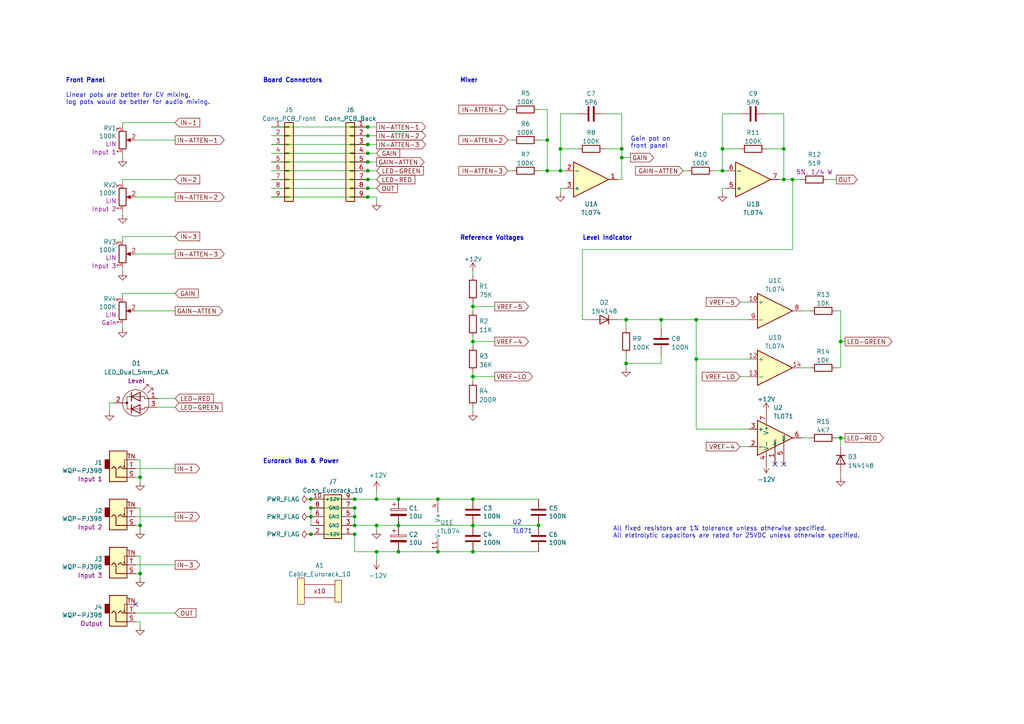
<source format=kicad_sch>
(kicad_sch (version 20211123) (generator eeschema)
  (paper "A4")
  (title_block (title "Eurorack Mixer") (date "2022-11-13") (rev "1.0") (company "Len Popp") (comment 1 "Copyright © 2022 Len Popp CC BY") (comment 2 "Eurorack 3:1 mixer module - 4HP"))
  (lib_symbols
    (symbol "-lmp-diode:1N4148" (pin_numbers hide) (pin_names (offset 1.016) hide)
      (property "Reference" "D" (at 0 2.54 0))
      (property "Value" "1N4148" (at 0 -2.54 0))
      (symbol "1N4148_1_1"
        (pin passive line (at -3.81 0 0) (length 2.54) (name "K") (number "1"))
        (pin passive line (at 3.81 0 180) (length 2.54) (name "A") (number "2"))
      )
    )
    (symbol "-lmp-opamp:TL071" (pin_names (offset 0.127))
      (property "Reference" "U" (at 0 6.35 0))
      (property "Value" "TL071" (at 0 3.81 0))
      (symbol "TL071_1_1"
        (pin input line (at 0 -7.62 90) (length 5.08) (name "NULL") (number "1"))
        (pin input line (at -7.62 -2.54 0) (length 2.54) (name "-") (number "2"))
        (pin input line (at -7.62 2.54 0) (length 2.54) (name "+") (number "3"))
        (pin power_in line (at -2.54 -7.62 90) (length 3.81) (name "V-") (number "4"))
        (pin input line (at 2.54 -7.62 90) (length 6.35) (name "NULL") (number "5"))
        (pin output line (at 7.62 0 180) (length 2.54) (name "~") (number "6"))
        (pin power_in line (at -2.54 7.62 270) (length 3.81) (name "V+") (number "7"))
        (pin no_connect line (at 0 2.54 270) (length 2.54) hide (name "NC") (number "8"))
      )
    )
    (symbol "-lmp-opamp:TL074" (pin_names (offset 0.127))
      (property "Reference" "U" (at 0 5.08 0))
      (property "Value" "TL074" (at 0 -5.08 0))
      (symbol "TL074_1_1"
        (pin output line (at 7.62 0 180) (length 2.54) (name "~") (number "1"))
        (pin input line (at -7.62 -2.54 0) (length 2.54) (name "-") (number "2"))
        (pin input line (at -7.62 2.54 0) (length 2.54) (name "+") (number "3"))
      )
      (symbol "TL074_2_1"
        (pin input line (at -7.62 2.54 0) (length 2.54) (name "+") (number "5"))
        (pin input line (at -7.62 -2.54 0) (length 2.54) (name "-") (number "6"))
        (pin output line (at 7.62 0 180) (length 2.54) (name "~") (number "7"))
      )
      (symbol "TL074_3_1"
        (pin input line (at -7.62 2.54 0) (length 2.54) (name "+") (number "10"))
        (pin output line (at 7.62 0 180) (length 2.54) (name "~") (number "8"))
        (pin input line (at -7.62 -2.54 0) (length 2.54) (name "-") (number "9"))
      )
      (symbol "TL074_4_1"
        (pin input line (at -7.62 2.54 0) (length 2.54) (name "+") (number "12"))
        (pin input line (at -7.62 -2.54 0) (length 2.54) (name "-") (number "13"))
        (pin output line (at 7.62 0 180) (length 2.54) (name "~") (number "14"))
      )
      (symbol "TL074_5_1"
        (pin power_in line (at -2.54 -7.62 90) (length 3.81) (name "V-") (number "11"))
        (pin power_in line (at -2.54 7.62 270) (length 3.81) (name "V+") (number "4"))
      )
    )
    (symbol "-lmp-power:+12V" (power) (pin_names (offset 0))
      (property "Value" "+12V" (at 0 3.556 0))
      (symbol "+12V_1_1"
        (pin power_in line (at 0 0 90) (length 0) hide (name "+12V") (number "1"))
      )
    )
    (symbol "-lmp-power:-12V" (power) (pin_names (offset 0))
      (property "Value" "-12V" (at 0 -3.556 0))
      (symbol "-12V_1_1"
        (pin power_in line (at 0 0 270) (length 0) hide (name "-12V") (number "1"))
      )
    )
    (symbol "-lmp-power:GND" (power) (pin_numbers hide) (pin_names (offset 0) hide)
      (symbol "GND_1_1"
        (pin power_in line (at 0 0 270) (length 0) hide (name "GND") (number "1"))
      )
    )
    (symbol "-lmp-power:PWR_FLAG" (power) (pin_numbers hide) (pin_names (offset 0) hide)
      (property "Value" "PWR_FLAG" (at 0 3.81 0))
      (symbol "PWR_FLAG_0_0"
        (pin power_out line (at 0 0 90) (length 0) (name "pwr") (number "1"))
      )
    )
    (symbol "-lmp-synth:CP_10U" (pin_numbers hide) (pin_names (offset 0.254))
      (property "Reference" "C" (at 0.635 2.54 0))
      (property "Value" "CP_10U" (at 0.635 -2.54 0))
      (symbol "CP_10U_1_1"
        (pin passive line (at 0 3.81 270) (length 2.794) (name "~") (number "1"))
        (pin passive line (at 0 -3.81 90) (length 2.794) (name "~") (number "2"))
      )
    )
    (symbol "-lmp-synth:Cable_Eurorack_10" (on_board no)
      (property "Reference" "A" (at 0 8.255 0))
      (property "Value" "Cable_Eurorack_10" (at 0 5.715 0))
      (symbol "Cable_Eurorack_10_0_0"
        (text "x10" (at 0 0 0) (effects (font (size 1.27 1.27))))
      )
    )
    (symbol "-lmp-synth:Conn_Eurorack_Pwr_10"
      (property "Reference" "J" (at 1.27 7.62 0))
      (property "Value" "Conn_Eurorack_Pwr_10" (at 1.27 -7.62 0))
      (symbol "Conn_Eurorack_Pwr_10_1_1"
        (pin power_in line (at 7.62 -5.08 180) (length 3.81) (name "-12V") (number "1"))
        (pin power_in line (at -5.08 5.08 0) (length 3.81) (name "~") (number "10"))
        (pin power_in line (at -5.08 -5.08 0) (length 3.81) (name "~") (number "2"))
        (pin power_in line (at 7.62 -2.54 180) (length 3.81) (name "GND") (number "3"))
        (pin power_in line (at -5.08 -2.54 0) (length 3.81) (name "~") (number "4"))
        (pin power_in line (at 7.62 0 180) (length 3.81) (name "GND") (number "5"))
        (pin power_in line (at -5.08 0 0) (length 3.81) (name "~") (number "6"))
        (pin power_in line (at 7.62 2.54 180) (length 3.81) (name "GND") (number "7"))
        (pin power_in line (at -5.08 2.54 0) (length 3.81) (name "~") (number "8"))
        (pin power_in line (at 7.62 5.08 180) (length 3.81) (name "+12V") (number "9"))
      )
    )
    (symbol "-lmp-synth:Jack_WQP-PJ398"
      (property "Reference" "J" (at 0 10.033 0))
      (property "Value" "Jack_WQP-PJ398" (at 0 7.62 0))
      (property "Label" "[label]" (at 0 5.207 0))
      (symbol "Jack_WQP-PJ398_1_1"
        (pin passive line (at 5.08 2.54 180) (length 2.54) (name "~") (number "S"))
        (pin passive line (at 5.08 0 180) (length 2.54) (name "~") (number "T"))
        (pin passive line (at 5.08 -2.54 180) (length 2.54) (name "~") (number "TN"))
      )
    )
    (symbol "-lmp-synth:LED_Dual_5mm_Red_Green_ACA" (pin_names (offset 0) hide)
      (property "Reference" "D" (at 0 5.08 0))
      (property "Value" "LED_Dual_5mm_Red_Green_ACA" (at 0 -5.08 0))
      (property "Label" "[label]" (at 0 -7.62 0))
      (symbol "LED_Dual_5mm_Red_Green_ACA_1_1"
        (pin input line (at 6.35 1.27 180) (length 2.54) (name "A1") (number "1"))
        (pin input line (at -6.35 0 0) (length 2.54) (name "K") (number "2"))
        (pin input line (at 6.35 -1.27 180) (length 2.54) (name "A2") (number "3"))
      )
    )
    (symbol "-lmp-synth:R_51R_Output" (pin_numbers hide) (pin_names (offset 0))
      (property "Reference" "R" (at -2.286 0 90))
      (property "Value" "R_51R_Output" (at 2.413 0 90))
      (property "Value2" "1%, 1/4 W" (at 4.445 0 90))
      (symbol "R_51R_Output_1_1"
        (pin passive line (at 0 3.81 270) (length 1.27) (name "~") (number "1"))
        (pin passive line (at 0 -3.81 90) (length 1.27) (name "~") (number "2"))
      )
    )
    (symbol "-lmp-synth:R_POT_Panel_PCB_Alpha" (pin_names (offset 1.016) hide)
      (property "Reference" "RV" (at -9.144 0 90))
      (property "Value" "R_POT_Panel_PCB_Alpha" (at -7.239 0 90))
      (property "Value2" "[LIN/LOG]" (at -5.207 0 90))
      (property "Label" "[label]" (at -3.175 0 90))
      (symbol "R_POT_Panel_PCB_Alpha_1_1"
        (pin passive line (at 0 3.81 270) (length 1.27) (name "1") (number "1"))
        (pin passive line (at 3.81 0 180) (length 1.27) (name "2") (number "2"))
        (pin passive line (at 0 -3.81 90) (length 1.27) (name "3") (number "3"))
      )
    )
    (symbol "-lmp:CC" (pin_numbers hide) (pin_names (offset 0.254))
      (property "Reference" "C" (at 0.635 2.54 0))
      (property "Value" "CC" (at 0.635 -2.54 0))
      (symbol "CC_1_1"
        (pin passive line (at 0 3.81 270) (length 2.794) (name "~") (number "1"))
        (pin passive line (at 0 -3.81 90) (length 2.794) (name "~") (number "2"))
      )
    )
    (symbol "-lmp:CC_100N" (pin_numbers hide) (pin_names (offset 0.254))
      (property "Reference" "C" (at 0.635 2.54 0))
      (property "Value" "CC_100N" (at 0.635 -2.54 0))
      (symbol "CC_100N_1_1"
        (pin passive line (at 0 3.81 270) (length 2.794) (name "~") (number "1"))
        (pin passive line (at 0 -3.81 90) (length 2.794) (name "~") (number "2"))
      )
    )
    (symbol "-lmp:R_1%_0W166" (pin_numbers hide) (pin_names (offset 0))
      (property "Reference" "R" (at -2.286 0 90))
      (property "Value" "R_1%_0W166" (at 2.413 0 90))
      (symbol "R_1%_0W166_1_1"
        (pin passive line (at 0 3.81 270) (length 1.27) (name "~") (number "1"))
        (pin passive line (at 0 -3.81 90) (length 1.27) (name "~") (number "2"))
      )
    )
    (symbol "Connector_Generic:Conn_01x09" (pin_names (offset 1.016) hide)
      (property "Reference" "J" (at 0 12.7 0))
      (property "Value" "Conn_01x09" (at 0 -12.7 0))
      (symbol "Conn_01x09_1_1"
        (pin passive line (at -5.08 10.16 0) (length 3.81) (name "Pin_1") (number "1"))
        (pin passive line (at -5.08 7.62 0) (length 3.81) (name "Pin_2") (number "2"))
        (pin passive line (at -5.08 5.08 0) (length 3.81) (name "Pin_3") (number "3"))
        (pin passive line (at -5.08 2.54 0) (length 3.81) (name "Pin_4") (number "4"))
        (pin passive line (at -5.08 0 0) (length 3.81) (name "Pin_5") (number "5"))
        (pin passive line (at -5.08 -2.54 0) (length 3.81) (name "Pin_6") (number "6"))
        (pin passive line (at -5.08 -5.08 0) (length 3.81) (name "Pin_7") (number "7"))
        (pin passive line (at -5.08 -7.62 0) (length 3.81) (name "Pin_8") (number "8"))
        (pin passive line (at -5.08 -10.16 0) (length 3.81) (name "Pin_9") (number "9"))
      )
    )
    (symbol "GND_1" (power) (pin_numbers hide) (pin_names (offset 0) hide)
      (symbol "GND_1_1_1"
        (pin power_in line (at 0 0 270) (length 0) hide (name "GND") (number "1"))
      )
    )
    (symbol "GND_2" (power) (pin_numbers hide) (pin_names (offset 0) hide)
      (symbol "GND_2_1_1"
        (pin power_in line (at 0 0 270) (length 0) hide (name "GND") (number "1"))
      )
    )
    (symbol "GND_3" (power) (pin_numbers hide) (pin_names (offset 0) hide)
      (symbol "GND_3_1_1"
        (pin power_in line (at 0 0 270) (length 0) hide (name "GND") (number "1"))
      )
    )
    (symbol "GND_4" (power) (pin_numbers hide) (pin_names (offset 0) hide)
      (symbol "GND_4_1_1"
        (pin power_in line (at 0 0 270) (length 0) hide (name "GND") (number "1"))
      )
    )
    (symbol "GND_5" (power) (pin_numbers hide) (pin_names (offset 0) hide)
      (symbol "GND_5_1_1"
        (pin power_in line (at 0 0 270) (length 0) hide (name "GND") (number "1"))
      )
    )
    (symbol "GND_6" (power) (pin_numbers hide) (pin_names (offset 0) hide)
      (symbol "GND_6_1_1"
        (pin power_in line (at 0 0 270) (length 0) hide (name "GND") (number "1"))
      )
    )
    (symbol "GND_7" (power) (pin_numbers hide) (pin_names (offset 0) hide)
      (symbol "GND_7_1_1"
        (pin power_in line (at 0 0 270) (length 0) hide (name "GND") (number "1"))
      )
    )
    (symbol "GND_8" (power) (pin_numbers hide) (pin_names (offset 0) hide)
      (symbol "GND_8_1_1"
        (pin power_in line (at 0 0 270) (length 0) hide (name "GND") (number "1"))
      )
    )
    (symbol "GND_9" (power) (pin_numbers hide) (pin_names (offset 0) hide)
      (symbol "GND_9_1_1"
        (pin power_in line (at 0 0 270) (length 0) hide (name "GND") (number "1"))
      )
    )
  )
  (junction (at 90.17 154.94))
  (junction (at 102.87 154.94))
  (junction (at 227.33 52.07))
  (junction (at 137.16 88.9))
  (junction (at 127 160.02))
  (junction (at 227.33 43.18))
  (junction (at 243.84 127))
  (junction (at 137.16 152.4))
  (junction (at 102.87 149.86))
  (junction (at 109.22 160.02))
  (junction (at 90.17 147.32))
  (junction (at 181.61 92.71))
  (junction (at 115.57 160.02))
  (junction (at 106.68 57.15))
  (junction (at 106.68 52.07))
  (junction (at 201.93 104.14))
  (junction (at 115.57 152.4))
  (junction (at 106.68 54.61))
  (junction (at 180.34 43.18))
  (junction (at 90.17 144.78))
  (junction (at 243.84 99.06))
  (junction (at 40.64 166.37))
  (junction (at 106.68 49.53))
  (junction (at 106.68 41.91))
  (junction (at 115.57 144.78))
  (junction (at 209.55 49.53))
  (junction (at 40.64 152.4))
  (junction (at 106.68 39.37))
  (junction (at 109.22 152.4))
  (junction (at 106.68 46.99))
  (junction (at 162.56 49.53))
  (junction (at 106.68 44.45))
  (junction (at 40.64 138.43))
  (junction (at 191.77 92.71))
  (junction (at 109.22 144.78))
  (junction (at 137.16 99.06))
  (junction (at 102.87 152.4))
  (junction (at 180.34 45.72))
  (junction (at 102.87 144.78))
  (junction (at 158.75 40.64))
  (junction (at 90.17 149.86))
  (junction (at 102.87 147.32))
  (junction (at 137.16 144.78))
  (junction (at 209.55 43.18))
  (junction (at 229.87 52.07))
  (junction (at 201.93 92.71))
  (junction (at 137.16 160.02))
  (junction (at 156.21 152.4))
  (junction (at 127 144.78))
  (junction (at 137.16 109.22))
  (junction (at 181.61 105.41))
  (junction (at 158.75 49.53))
  (junction (at 106.68 36.83))
  (junction (at 162.56 43.18))
  (no_connect (at 39.37 175.26))
  (no_connect (at 224.79 134.62))
  (no_connect (at 227.33 134.62))
  (wire (pts (xy 40.64 166.37) (xy 40.64 167.64)))
  (wire (pts (xy 109.22 144.78) (xy 109.22 142.24)))
  (wire (pts (xy 243.84 90.17) (xy 243.84 99.06)))
  (wire (pts (xy 209.55 49.53) (xy 210.82 49.53)))
  (wire (pts (xy 180.34 45.72) (xy 180.34 52.07)))
  (wire (pts (xy 39.37 90.17) (xy 50.8 90.17)))
  (wire (pts (xy 214.63 33.02) (xy 209.55 33.02)))
  (wire (pts (xy 137.16 109.22) (xy 137.16 110.49)))
  (wire (pts (xy 156.21 40.64) (xy 158.75 40.64)))
  (wire (pts (xy 40.64 180.34) (xy 40.64 181.61)))
  (wire (pts (xy 35.56 36.83) (xy 35.56 35.56)))
  (wire (pts (xy 137.16 109.22) (xy 143.51 109.22)))
  (wire (pts (xy 78.74 46.99) (xy 106.68 46.99)))
  (wire (pts (xy 106.68 57.15) (xy 109.22 57.15)))
  (wire (pts (xy 180.34 45.72) (xy 180.34 43.18)))
  (wire (pts (xy 106.68 54.61) (xy 109.22 54.61)))
  (wire (pts (xy 115.57 144.78) (xy 127 144.78)))
  (wire (pts (xy 137.16 144.78) (xy 156.21 144.78)))
  (wire (pts (xy 232.41 90.17) (xy 234.95 90.17)))
  (wire (pts (xy 39.37 177.8) (xy 50.8 177.8)))
  (wire (pts (xy 35.56 85.09) (xy 35.56 86.36)))
  (wire (pts (xy 243.84 99.06) (xy 245.11 99.06)))
  (wire (pts (xy 137.16 99.06) (xy 143.51 99.06)))
  (wire (pts (xy 78.74 57.15) (xy 106.68 57.15)))
  (wire (pts (xy 227.33 33.02) (xy 227.33 43.18)))
  (wire (pts (xy 39.37 152.4) (xy 40.64 152.4)))
  (wire (pts (xy 40.64 147.32) (xy 40.64 152.4)))
  (wire (pts (xy 35.56 52.07) (xy 50.8 52.07)))
  (wire (pts (xy 106.68 39.37) (xy 109.22 39.37)))
  (wire (pts (xy 127 144.78) (xy 137.16 144.78)))
  (wire (pts (xy 115.57 152.4) (xy 137.16 152.4)))
  (wire (pts (xy 180.34 43.18) (xy 175.26 43.18)))
  (wire (pts (xy 39.37 166.37) (xy 40.64 166.37)))
  (wire (pts (xy 109.22 160.02) (xy 115.57 160.02)))
  (wire (pts (xy 137.16 88.9) (xy 137.16 90.17)))
  (wire (pts (xy 35.56 60.96) (xy 35.56 62.23)))
  (wire (pts (xy 39.37 57.15) (xy 50.8 57.15)))
  (wire (pts (xy 162.56 54.61) (xy 162.56 55.88)))
  (wire (pts (xy 40.64 152.4) (xy 40.64 153.67)))
  (wire (pts (xy 35.56 85.09) (xy 50.8 85.09)))
  (wire (pts (xy 162.56 43.18) (xy 162.56 49.53)))
  (wire (pts (xy 78.74 44.45) (xy 106.68 44.45)))
  (wire (pts (xy 39.37 133.35) (xy 40.64 133.35)))
  (wire (pts (xy 168.91 72.39) (xy 168.91 92.71)))
  (wire (pts (xy 109.22 160.02) (xy 102.87 160.02)))
  (wire (pts (xy 31.75 116.84) (xy 33.02 116.84)))
  (wire (pts (xy 102.87 152.4) (xy 102.87 149.86)))
  (wire (pts (xy 227.33 43.18) (xy 227.33 52.07)))
  (wire (pts (xy 162.56 49.53) (xy 163.83 49.53)))
  (wire (pts (xy 39.37 135.89) (xy 50.8 135.89)))
  (wire (pts (xy 90.17 147.32) (xy 102.87 147.32)))
  (wire (pts (xy 222.25 33.02) (xy 227.33 33.02)))
  (wire (pts (xy 35.56 53.34) (xy 35.56 52.07)))
  (wire (pts (xy 102.87 154.94) (xy 102.87 160.02)))
  (wire (pts (xy 243.84 138.43) (xy 243.84 137.16)))
  (wire (pts (xy 137.16 160.02) (xy 156.21 160.02)))
  (wire (pts (xy 147.32 40.64) (xy 148.59 40.64)))
  (wire (pts (xy 198.12 49.53) (xy 199.39 49.53)))
  (wire (pts (xy 39.37 40.64) (xy 50.8 40.64)))
  (wire (pts (xy 45.72 115.57) (xy 50.8 115.57)))
  (wire (pts (xy 78.74 54.61) (xy 106.68 54.61)))
  (wire (pts (xy 102.87 144.78) (xy 109.22 144.78)))
  (wire (pts (xy 35.56 95.25) (xy 35.56 93.98)))
  (wire (pts (xy 106.68 46.99) (xy 109.22 46.99)))
  (wire (pts (xy 106.68 44.45) (xy 109.22 44.45)))
  (wire (pts (xy 168.91 92.71) (xy 171.45 92.71)))
  (wire (pts (xy 106.68 49.53) (xy 109.22 49.53)))
  (wire (pts (xy 181.61 92.71) (xy 191.77 92.71)))
  (wire (pts (xy 39.37 138.43) (xy 40.64 138.43)))
  (wire (pts (xy 39.37 180.34) (xy 40.64 180.34)))
  (wire (pts (xy 217.17 92.71) (xy 201.93 92.71)))
  (wire (pts (xy 210.82 54.61) (xy 209.55 54.61)))
  (wire (pts (xy 167.64 43.18) (xy 162.56 43.18)))
  (wire (pts (xy 35.56 44.45) (xy 35.56 45.72)))
  (wire (pts (xy 156.21 49.53) (xy 158.75 49.53)))
  (wire (pts (xy 242.57 90.17) (xy 243.84 90.17)))
  (wire (pts (xy 243.84 129.54) (xy 243.84 127)))
  (wire (pts (xy 209.55 33.02) (xy 209.55 43.18)))
  (wire (pts (xy 35.56 78.74) (xy 35.56 77.47)))
  (wire (pts (xy 45.72 118.11) (xy 50.8 118.11)))
  (wire (pts (xy 78.74 36.83) (xy 106.68 36.83)))
  (wire (pts (xy 115.57 160.02) (xy 127 160.02)))
  (wire (pts (xy 109.22 144.78) (xy 115.57 144.78)))
  (wire (pts (xy 214.63 87.63) (xy 217.17 87.63)))
  (wire (pts (xy 227.33 43.18) (xy 222.25 43.18)))
  (wire (pts (xy 201.93 124.46) (xy 217.17 124.46)))
  (wire (pts (xy 181.61 105.41) (xy 191.77 105.41)))
  (wire (pts (xy 137.16 87.63) (xy 137.16 88.9)))
  (wire (pts (xy 147.32 49.53) (xy 148.59 49.53)))
  (wire (pts (xy 243.84 106.68) (xy 242.57 106.68)))
  (wire (pts (xy 35.56 35.56) (xy 50.8 35.56)))
  (wire (pts (xy 40.64 133.35) (xy 40.64 138.43)))
  (wire (pts (xy 90.17 149.86) (xy 90.17 147.32)))
  (wire (pts (xy 207.01 49.53) (xy 209.55 49.53)))
  (wire (pts (xy 137.16 107.95) (xy 137.16 109.22)))
  (wire (pts (xy 78.74 49.53) (xy 106.68 49.53)))
  (wire (pts (xy 181.61 102.87) (xy 181.61 105.41)))
  (wire (pts (xy 162.56 33.02) (xy 162.56 43.18)))
  (wire (pts (xy 214.63 109.22) (xy 217.17 109.22)))
  (wire (pts (xy 179.07 52.07) (xy 180.34 52.07)))
  (wire (pts (xy 209.55 43.18) (xy 209.55 49.53)))
  (wire (pts (xy 175.26 33.02) (xy 180.34 33.02)))
  (wire (pts (xy 158.75 40.64) (xy 158.75 31.75)))
  (wire (pts (xy 191.77 92.71) (xy 201.93 92.71)))
  (wire (pts (xy 137.16 97.79) (xy 137.16 99.06)))
  (wire (pts (xy 39.37 149.86) (xy 50.8 149.86)))
  (wire (pts (xy 240.03 52.07) (xy 242.57 52.07)))
  (wire (pts (xy 35.56 68.58) (xy 35.56 69.85)))
  (wire (pts (xy 180.34 45.72) (xy 182.88 45.72)))
  (wire (pts (xy 229.87 72.39) (xy 168.91 72.39)))
  (wire (pts (xy 156.21 31.75) (xy 158.75 31.75)))
  (wire (pts (xy 201.93 104.14) (xy 201.93 124.46)))
  (wire (pts (xy 102.87 147.32) (xy 102.87 149.86)))
  (wire (pts (xy 39.37 73.66) (xy 50.8 73.66)))
  (wire (pts (xy 137.16 118.11) (xy 137.16 119.38)))
  (wire (pts (xy 109.22 152.4) (xy 102.87 152.4)))
  (wire (pts (xy 181.61 92.71) (xy 181.61 95.25)))
  (wire (pts (xy 147.32 31.75) (xy 148.59 31.75)))
  (wire (pts (xy 35.56 68.58) (xy 50.8 68.58)))
  (wire (pts (xy 229.87 52.07) (xy 229.87 72.39)))
  (wire (pts (xy 158.75 49.53) (xy 162.56 49.53)))
  (wire (pts (xy 78.74 52.07) (xy 106.68 52.07)))
  (wire (pts (xy 127 160.02) (xy 137.16 160.02)))
  (wire (pts (xy 209.55 54.61) (xy 209.55 55.88)))
  (wire (pts (xy 137.16 99.06) (xy 137.16 100.33)))
  (wire (pts (xy 234.95 106.68) (xy 232.41 106.68)))
  (wire (pts (xy 90.17 152.4) (xy 90.17 149.86)))
  (wire (pts (xy 181.61 105.41) (xy 181.61 106.68)))
  (wire (pts (xy 227.33 52.07) (xy 229.87 52.07)))
  (wire (pts (xy 201.93 104.14) (xy 217.17 104.14)))
  (wire (pts (xy 40.64 161.29) (xy 40.64 166.37)))
  (wire (pts (xy 214.63 43.18) (xy 209.55 43.18)))
  (wire (pts (xy 226.06 52.07) (xy 227.33 52.07)))
  (wire (pts (xy 242.57 127) (xy 243.84 127)))
  (wire (pts (xy 109.22 57.15) (xy 109.22 58.42)))
  (wire (pts (xy 229.87 52.07) (xy 232.41 52.07)))
  (wire (pts (xy 78.74 39.37) (xy 106.68 39.37)))
  (wire (pts (xy 39.37 161.29) (xy 40.64 161.29)))
  (wire (pts (xy 109.22 152.4) (xy 109.22 153.67)))
  (wire (pts (xy 90.17 154.94) (xy 102.87 154.94)))
  (wire (pts (xy 78.74 41.91) (xy 106.68 41.91)))
  (wire (pts (xy 180.34 33.02) (xy 180.34 43.18)))
  (wire (pts (xy 167.64 33.02) (xy 162.56 33.02)))
  (wire (pts (xy 179.07 92.71) (xy 181.61 92.71)))
  (wire (pts (xy 102.87 144.78) (xy 90.17 144.78)))
  (wire (pts (xy 243.84 99.06) (xy 243.84 106.68)))
  (wire (pts (xy 191.77 92.71) (xy 191.77 95.25)))
  (wire (pts (xy 106.68 41.91) (xy 109.22 41.91)))
  (wire (pts (xy 158.75 40.64) (xy 158.75 49.53)))
  (wire (pts (xy 137.16 152.4) (xy 156.21 152.4)))
  (wire (pts (xy 232.41 127) (xy 234.95 127)))
  (wire (pts (xy 243.84 127) (xy 245.11 127)))
  (wire (pts (xy 191.77 105.41) (xy 191.77 102.87)))
  (wire (pts (xy 106.68 52.07) (xy 109.22 52.07)))
  (wire (pts (xy 109.22 152.4) (xy 115.57 152.4)))
  (wire (pts (xy 39.37 163.83) (xy 50.8 163.83)))
  (wire (pts (xy 137.16 88.9) (xy 143.51 88.9)))
  (wire (pts (xy 106.68 36.83) (xy 109.22 36.83)))
  (wire (pts (xy 40.64 138.43) (xy 40.64 139.7)))
  (wire (pts (xy 109.22 162.56) (xy 109.22 160.02)))
  (wire (pts (xy 137.16 78.74) (xy 137.16 80.01)))
  (wire (pts (xy 201.93 92.71) (xy 201.93 104.14)))
  (wire (pts (xy 39.37 147.32) (xy 40.64 147.32)))
  (wire (pts (xy 214.63 129.54) (xy 217.17 129.54)))
  (wire (pts (xy 163.83 54.61) (xy 162.56 54.61)))
  (wire (pts (xy 31.75 116.84) (xy 31.75 119.38)))
  (text "Reference Voltages" (at 133.35 69.85 0) (effects (font (size 1.27 1.27) (thickness 0.254) bold) (justify left bottom)))
  (text "All fixed resistors are 1% tolerance unless otherwise specified.\nAll eletrolytic capacitors are rated for 25VDC unless otherwise specified." (at 177.8 156.21 0) (effects (font (size 1.27 1.27)) (justify left bottom)))
  (text "TL071" (at 148.59 154.94 0) (effects (font (size 1.27 1.27)) (justify left bottom)))
  (text "Linear pots are better for CV mixing,\nlog pots would be better for audio mixing." (at 19.05 30.48 0) (effects (font (size 1.27 1.27)) (justify left bottom)))
  (text "U2" (at 148.59 152.4 0) (effects (font (size 1.27 1.27)) (justify left bottom)))
  (text "Gain pot on \nfront panel" (at 182.88 43.18 0) (effects (font (size 1.27 1.27)) (justify left bottom)))
  (text "Eurorack Bus & Power" (at 76.2 134.62 0) (effects (font (size 1.27 1.27) (thickness 0.254) bold) (justify left bottom)))
  (text "Level Indicator" (at 168.91 69.85 0) (effects (font (size 1.27 1.27) (thickness 0.254) bold) (justify left bottom)))
  (text "Board Connectors" (at 76.2 24.13 0) (effects (font (size 1.27 1.27) (thickness 0.254) bold) (justify left bottom)))
  (text "Mixer" (at 133.35 24.13 0) (effects (font (size 1.27 1.27) (thickness 0.254) bold) (justify left bottom)))
  (text "Front Panel" (at 19.05 24.13 0) (effects (font (size 1.27 1.27) (thickness 0.254) bold) (justify left bottom)))
  (global_label "LED-RED" (shape input) (at 109.22 52.07 0) (property "Intersheet References" "${INTERSHEET_REFS}" (effects hide)))
  (global_label "IN-ATTEN-3" (shape output) (at 109.22 41.91 0) (property "Intersheet References" "${INTERSHEET_REFS}" (effects hide)))
  (global_label "IN-ATTEN-1" (shape input) (at 147.32 31.75 180) (property "Intersheet References" "${INTERSHEET_REFS}" (effects hide)))
  (global_label "LED-RED" (shape output) (at 245.11 127 0) (property "Intersheet References" "${INTERSHEET_REFS}" (effects hide)))
  (global_label "IN-ATTEN-2" (shape output) (at 50.8 57.15 0) (property "Intersheet References" "${INTERSHEET_REFS}" (effects hide)))
  (global_label "IN-2" (shape input) (at 50.8 52.07 0) (property "Intersheet References" "${INTERSHEET_REFS}" (effects hide)))
  (global_label "GAIN-ATTEN" (shape output) (at 109.22 46.99 0) (property "Intersheet References" "${INTERSHEET_REFS}" (effects hide)))
  (global_label "GAIN" (shape input) (at 109.22 44.45 0) (property "Intersheet References" "${INTERSHEET_REFS}" (effects hide)))
  (global_label "IN-3" (shape input) (at 50.8 68.58 0) (property "Intersheet References" "${INTERSHEET_REFS}" (effects hide)))
  (global_label "IN-ATTEN-1" (shape output) (at 50.8 40.64 0) (property "Intersheet References" "${INTERSHEET_REFS}" (effects hide)))
  (global_label "IN-ATTEN-3" (shape input) (at 147.32 49.53 180) (property "Intersheet References" "${INTERSHEET_REFS}" (effects hide)))
  (global_label "VREF-LO" (shape output) (at 143.51 109.22 0) (property "Intersheet References" "${INTERSHEET_REFS}" (effects hide)))
  (global_label "OUT" (shape output) (at 242.57 52.07 0) (property "Intersheet References" "${INTERSHEET_REFS}" (effects hide)))
  (global_label "VREF-5" (shape output) (at 143.51 88.9 0) (property "Intersheet References" "${INTERSHEET_REFS}" (effects hide)))
  (global_label "IN-ATTEN-1" (shape output) (at 109.22 36.83 0) (property "Intersheet References" "${INTERSHEET_REFS}" (effects hide)))
  (global_label "GAIN-ATTEN" (shape output) (at 50.8 90.17 0) (property "Intersheet References" "${INTERSHEET_REFS}" (effects hide)))
  (global_label "IN-2" (shape output) (at 50.8 149.86 0) (property "Intersheet References" "${INTERSHEET_REFS}" (effects hide)))
  (global_label "IN-3" (shape output) (at 50.8 163.83 0) (property "Intersheet References" "${INTERSHEET_REFS}" (effects hide)))
  (global_label "IN-ATTEN-2" (shape input) (at 147.32 40.64 180) (property "Intersheet References" "${INTERSHEET_REFS}" (effects hide)))
  (global_label "IN-ATTEN-2" (shape output) (at 109.22 39.37 0) (property "Intersheet References" "${INTERSHEET_REFS}" (effects hide)))
  (global_label "LED-GREEN" (shape output) (at 245.11 99.06 0) (property "Intersheet References" "${INTERSHEET_REFS}" (effects hide)))
  (global_label "IN-ATTEN-3" (shape output) (at 50.8 73.66 0) (property "Intersheet References" "${INTERSHEET_REFS}" (effects hide)))
  (global_label "LED-RED" (shape input) (at 50.8 115.57 0) (property "Intersheet References" "${INTERSHEET_REFS}" (effects hide)))
  (global_label "IN-1" (shape input) (at 50.8 35.56 0) (property "Intersheet References" "${INTERSHEET_REFS}" (effects hide)))
  (global_label "LED-GREEN" (shape input) (at 50.8 118.11 0) (property "Intersheet References" "${INTERSHEET_REFS}" (effects hide)))
  (global_label "OUT" (shape input) (at 50.8 177.8 0) (property "Intersheet References" "${INTERSHEET_REFS}" (effects hide)))
  (global_label "GAIN" (shape input) (at 50.8 85.09 0) (property "Intersheet References" "${INTERSHEET_REFS}" (effects hide)))
  (global_label "VREF-4" (shape input) (at 214.63 129.54 180) (property "Intersheet References" "${INTERSHEET_REFS}" (effects hide)))
  (global_label "VREF-5" (shape input) (at 214.63 87.63 180) (property "Intersheet References" "${INTERSHEET_REFS}" (effects hide)))
  (global_label "OUT" (shape input) (at 109.22 54.61 0) (property "Intersheet References" "${INTERSHEET_REFS}" (effects hide)))
  (global_label "GAIN-ATTEN" (shape input) (at 198.12 49.53 180) (property "Intersheet References" "${INTERSHEET_REFS}" (effects hide)))
  (global_label "VREF-LO" (shape input) (at 214.63 109.22 180) (property "Intersheet References" "${INTERSHEET_REFS}" (effects hide)))
  (global_label "IN-1" (shape output) (at 50.8 135.89 0) (property "Intersheet References" "${INTERSHEET_REFS}" (effects hide)))
  (global_label "GAIN" (shape output) (at 182.88 45.72 0) (property "Intersheet References" "${INTERSHEET_REFS}" (effects hide)))
  (global_label "LED-GREEN" (shape input) (at 109.22 49.53 0) (property "Intersheet References" "${INTERSHEET_REFS}" (effects hide)))
  (global_label "VREF-4" (shape output) (at 143.51 99.06 0) (property "Intersheet References" "${INTERSHEET_REFS}" (effects hide)))
  (symbol (lib_name "GND_2") (lib_id "-lmp-power:GND") (at 209.55 55.88 0) (unit 1)
    (property "Reference" "#PWR012" (effects hide))
    (property "Value" "GND" (effects hide))
  )
  (symbol (lib_id "-lmp-synth:Cable_Eurorack_10") (at 92.71 171.45 0) (unit 1) (on_board no)
    (property "Reference" "A1" (at 92.71 163.991 0))
    (property "Value" "Cable_Eurorack_10" (at 92.71 166.5279 0))
    (property "Footprint" "-lmp-misc:NoFootprint" (effects hide))
    (property "Note" "Length as required" (effects hide))
    (property "Distributor" "Thonk" (effects hide))
    (property "DistributorPartLink" "https://www.thonk.co.uk/shop/eurorack-power-cables/" (effects hide))
    (property "Distributor2" "SynthCube" (effects hide))
    (property "DistributorPartLink2" "https://synthcube.com/cart/eurorack-ribbon-power-cables" (effects hide))
    (property "Distributor3" "Modular Addict" (effects hide))
    (property "DistributorPartLink3" "https://modularaddict.com/parts/eurorack-power-cables-1" (effects hide))
  )
  (symbol (lib_id "-lmp-power:-12V") (at 109.22 162.56 0) (unit 1)
    (property "Reference" "#PWR07" (effects hide))
    (property "Value" "-12V" (at 109.601 166.9542 0))
  )
  (symbol (lib_id "Connector_Generic:Conn_01x09") (at 83.82 46.99 0) (unit 1)
    (property "Reference" "J5" (at 83.82 31.8602 0))
    (property "Value" "Conn_PCB_Front" (at 83.82 34.3971 0))
    (property "Footprint" "Connector_PinSocket_2.54mm:PinSocket_1x09_P2.54mm_Vertical" (effects hide))
    (property "Distributor" "Adafruit" (effects hide))
    (property "Distributor2" "Mouser" (effects hide))
    (property "DistributorPartLink" "https://www.adafruit.com/product/598" (effects hide))
    (property "DistributorPartLink2" "https://www.mouser.ca/ProductDetail/Wurth-Elektronik/61303211821?qs=ZtY9WdtwX55M%2FH%2FSrHZ9xA%3D%3D" (effects hide))
    (property "DistributorPartNum" "598" (effects hide))
    (property "DistributorPartNum2" "710-61303211821" (effects hide))
  )
  (symbol (lib_id "-lmp-power:+12V") (at 137.16 78.74 0) (unit 1)
    (property "Reference" "#PWR08" (effects hide))
    (property "Value" "+12V" (at 137.16 75.1642 0))
  )
  (symbol (lib_id "-lmp:CC_100N") (at 156.21 148.59 0) (unit 1)
    (property "Reference" "C5" (at 159.131 147.4216 0) (effects (justify left)))
    (property "Value" "100N" (at 159.131 149.733 0) (effects (justify left)))
    (property "Footprint" "-lmp-misc:C_Disc_D5.0mm_W2.5mm_P2.50mm" (effects hide))
    (property "Datasheet" "https://product.tdk.com/system/files/dam/doc/product/capacitor/ceramic/lead-mlcc/catalog/leadmlcc_halogenfree_fg_en.pdf" (effects hide))
    (property "Manufacturer" "TDK" (effects hide))
    (property "ManufacturerPartNum" "FG18X7R1H104KNT06" (effects hide))
    (property "Distributor" "Mouser" (effects hide))
    (property "DistributorPartNum" "810-FG18X7R1H104KNT6" (effects hide))
    (property "DistributorPartLink" "https://www.mouser.ca/ProductDetail/810-FG18X7R1H104KNT6" (effects hide))
    (property "Note" "IC decoupling" (effects hide))
  )
  (symbol (lib_id "-lmp:CC_100N") (at 156.21 156.21 0) (unit 1)
    (property "Reference" "C6" (at 159.131 155.0416 0) (effects (justify left)))
    (property "Value" "100N" (at 159.131 157.353 0) (effects (justify left)))
    (property "Footprint" "-lmp-misc:C_Disc_D5.0mm_W2.5mm_P2.50mm" (effects hide))
    (property "Datasheet" "https://product.tdk.com/system/files/dam/doc/product/capacitor/ceramic/lead-mlcc/catalog/leadmlcc_halogenfree_fg_en.pdf" (effects hide))
    (property "Manufacturer" "TDK" (effects hide))
    (property "ManufacturerPartNum" "FG18X7R1H104KNT06" (effects hide))
    (property "Distributor" "Mouser" (effects hide))
    (property "DistributorPartNum" "810-FG18X7R1H104KNT6" (effects hide))
    (property "DistributorPartLink" "https://www.mouser.ca/ProductDetail/810-FG18X7R1H104KNT6" (effects hide))
    (property "Note" "IC decoupling" (effects hide))
  )
  (symbol (lib_id "-lmp:R_1%_0W166") (at 137.16 93.98 0) (unit 1)
    (property "Reference" "R2" (at 138.938 93.1453 0) (effects (justify left)))
    (property "Value" "11K" (at 138.938 95.6822 0) (effects (justify left)))
    (property "Footprint" "-lmp-misc:R_Axial_DIN0207_L6.3mm_D2.5mm_P7.62mm_Horizontal" (effects hide))
    (property "Datasheet" "https://www.mouser.ca/datasheet/2/447/Yageo_LR_MFR_1-1714151.pdf" (effects hide))
    (property "Manufacturer" "YAGEO" (effects hide))
    (property "ManufacturerPartNum" "MFR-12FTF52-11K" (effects hide))
    (property "Distributor" "Mouser" (effects hide))
    (property "DistributorPartNum" "603-MFR-12FTF52-11K" (effects hide))
    (property "DistributorPartLink" "https://www.mouser.ca/ProductDetail/YAGEO/MFR-12FTF52-11K?qs=oAGoVhmvjhx1sOCa0IR7aA%3D%3D" (effects hide))
    (property "Value2" "1%, 1/6 W" (effects hide))
  )
  (symbol (lib_id "-lmp:R_1%_0W166") (at 152.4 40.64 90) (unit 1)
    (property "Reference" "R6" (at 152.4 35.9242 90))
    (property "Value" "100K" (at 152.4 38.4611 90))
    (property "Footprint" "-lmp-misc:R_Axial_DIN0207_L6.3mm_D2.5mm_P7.62mm_Horizontal" (effects hide))
    (property "Datasheet" "https://www.mouser.ca/datasheet/2/447/Yageo_LR_MFR_1-1714151.pdf" (effects hide))
    (property "Manufacturer" "YAGEO" (effects hide))
    (property "ManufacturerPartNum" "MFR-12FTF52-100K" (effects hide))
    (property "Distributor" "Mouser" (effects hide))
    (property "DistributorPartNum" "603-MFR-12FTF52-100K" (effects hide))
    (property "DistributorPartLink" "https://www.mouser.ca/ProductDetail/YAGEO/MFR-12FTF52-100K?qs=oAGoVhmvjhxn7uX6J9%2FOug%3D%3D" (effects hide))
    (property "Value2" "1%, 1/6 W" (effects hide))
  )
  (symbol (lib_name "GND_4") (lib_id "-lmp-power:GND") (at 181.61 106.68 0) (unit 1)
    (property "Reference" "#PWR011" (effects hide))
    (property "Value" "GND" (effects hide))
  )
  (symbol (lib_id "-lmp:CC") (at 218.44 33.02 90) (unit 1)
    (property "Reference" "C9" (at 218.44 27.1612 90))
    (property "Value" "5P6" (at 218.44 29.6981 90))
    (property "Footprint" "-lmp-misc:C_Disc_D5.0mm_W2.5mm_P2.50mm" (effects hide))
    (property "Datasheet" "https://www.mouser.ca/datasheet/2/212/KEM_C1049_GOLDMAX_C0G-1102120.pdf" (effects hide))
    (property "Distributor" "Mouser" (effects hide))
    (property "DistributorPartLink" "https://www.mouser.ca/ProductDetail/?qs=qe%2F8UmbcoTBh6wC284cfAA%3D%3D" (effects hide))
    (property "DistributorPartNum" "80-C315C569D1G" (effects hide))
    (property "Manufacturer" "KEMET" (effects hide))
    (property "ManufacturerPartNum" "C315C569D1G5TA" (effects hide))
    (property "Value2" "C0G/NP0" (effects hide))
  )
  (symbol (lib_id "-lmp:R_1%_0W166") (at 203.2 49.53 90) (unit 1)
    (property "Reference" "R10" (at 203.2 44.8142 90))
    (property "Value" "100K" (at 203.2 47.3511 90))
    (property "Footprint" "-lmp-misc:R_Axial_DIN0207_L6.3mm_D2.5mm_P7.62mm_Horizontal" (effects hide))
    (property "Datasheet" "https://www.mouser.ca/datasheet/2/447/Yageo_LR_MFR_1-1714151.pdf" (effects hide))
    (property "Manufacturer" "YAGEO" (effects hide))
    (property "ManufacturerPartNum" "MFR-12FTF52-100K" (effects hide))
    (property "Distributor" "Mouser" (effects hide))
    (property "DistributorPartNum" "603-MFR-12FTF52-100K" (effects hide))
    (property "DistributorPartLink" "https://www.mouser.ca/ProductDetail/YAGEO/MFR-12FTF52-100K?qs=oAGoVhmvjhxn7uX6J9%2FOug%3D%3D" (effects hide))
    (property "Value2" "1%, 1/6 W" (effects hide))
  )
  (symbol (lib_id "-lmp-synth:Jack_WQP-PJ398") (at 34.29 163.83 0) (mirror x) (unit 1)
    (property "Reference" "J3" (at 29.718 162.1282 0) (effects (justify right)))
    (property "Value" "WQP-PJ398" (at 29.718 164.4396 0) (effects (justify right)))
    (property "Footprint" "-lmp-synth:Jack_3.5mm_QingPu_WQP-PJ398SM_Vertical" (effects hide))
    (property "Datasheet" "http://www.qingpu-electronics.com/en/products/WQP-PJ398SM-362.html" (effects hide))
    (property "Label" "Input 3" (at 29.718 166.878 0) (effects (justify right)))
    (property "Manufacturer" "QingPu / Thonk" (effects hide))
    (property "ManufacturerPartNum" "PJ398SM / WQP518MA" (effects hide))
    (property "Distributor" "Thonk" (effects hide))
    (property "DistributorPartNum" "PJ398SM" (effects hide))
    (property "DistributorPartLink" "https://www.thonk.co.uk/shop/thonkiconn/" (effects hide))
    (property "Distributor2" "SynthCube" (effects hide))
    (property "Distributor3" "Adafruit" (effects hide))
    (property "DistributorPartLink2" "https://synthcube.com/cart/3-5mm-euro-jacks" (effects hide))
    (property "DistributorPartLink3" "https://www.adafruit.com/product/4031" (effects hide))
    (property "DistributorPartNum2" "WQP518MA" (effects hide))
    (property "DistributorPartNum3" "4031" (effects hide))
  )
  (symbol (lib_id "-lmp:R_1%_0W166") (at 137.16 114.3 0) (unit 1)
    (property "Reference" "R4" (at 138.938 113.4653 0) (effects (justify left)))
    (property "Value" "200R" (at 138.938 116.0022 0) (effects (justify left)))
    (property "Footprint" "-lmp-misc:R_Axial_DIN0207_L6.3mm_D2.5mm_P7.62mm_Horizontal" (effects hide))
    (property "Datasheet" "https://www.mouser.ca/datasheet/2/447/Yageo_LR_MFR_1-1714151.pdf" (effects hide))
    (property "Manufacturer" "YAGEO" (effects hide))
    (property "ManufacturerPartNum" "MFR-12FTF52-200R" (effects hide))
    (property "Distributor" "Mouser" (effects hide))
    (property "DistributorPartNum" "603-MFR-12FTF52-200R" (effects hide))
    (property "DistributorPartLink" "https://www.mouser.ca/ProductDetail/603-MFR-12FTF52-200R" (effects hide))
    (property "Value2" "1%, 1/6 W" (effects hide))
  )
  (symbol (lib_id "-lmp-opamp:TL074") (at 218.44 52.07 0) (mirror x) (unit 2)
    (property "Reference" "U1" (at 218.44 59.1804 0))
    (property "Value" "TL074" (at 218.44 61.7173 0))
    (property "Footprint" "Package_DIP:DIP-14_W7.62mm" (effects hide))
    (property "Datasheet" "http://www.ti.com/lit/ds/symlink/tl071.pdf" (effects hide))
    (property "Manufacturer" "Texas Instruments" (effects hide))
    (property "ManufacturerPartNum" "TL074BCN" (effects hide))
    (property "Distributor" "Mouser" (effects hide))
    (property "DistributorPartNum" "595-TL074BCN" (effects hide))
    (property "DistributorPartLink" "https://www.mouser.ca/ProductDetail/?qs=vxEfx8VrU7BHurOY5iQdiA%3D%3D" (effects hide))
  )
  (symbol (lib_id "-lmp-power:GND") (at 40.64 181.61 0) (unit 1)
    (property "Reference" "#PWR?" (effects hide))
    (property "Value" "GND" (effects hide))
  )
  (symbol (lib_id "-lmp-synth:Jack_WQP-PJ398") (at 34.29 135.89 0) (mirror x) (unit 1)
    (property "Reference" "J1" (at 29.718 134.1882 0) (effects (justify right)))
    (property "Value" "WQP-PJ398" (at 29.718 136.4996 0) (effects (justify right)))
    (property "Footprint" "-lmp-synth:Jack_3.5mm_QingPu_WQP-PJ398SM_Vertical" (effects hide))
    (property "Datasheet" "http://www.qingpu-electronics.com/en/products/WQP-PJ398SM-362.html" (effects hide))
    (property "Label" "Input 1" (at 29.718 138.938 0) (effects (justify right)))
    (property "Manufacturer" "QingPu / Thonk" (effects hide))
    (property "ManufacturerPartNum" "PJ398SM / WQP518MA" (effects hide))
    (property "Distributor" "Thonk" (effects hide))
    (property "DistributorPartNum" "PJ398SM" (effects hide))
    (property "DistributorPartLink" "https://www.thonk.co.uk/shop/thonkiconn/" (effects hide))
    (property "Distributor2" "SynthCube" (effects hide))
    (property "Distributor3" "Adafruit" (effects hide))
    (property "DistributorPartLink2" "https://synthcube.com/cart/3-5mm-euro-jacks" (effects hide))
    (property "DistributorPartLink3" "https://www.adafruit.com/product/4031" (effects hide))
    (property "DistributorPartNum2" "WQP518MA" (effects hide))
    (property "DistributorPartNum3" "4031" (effects hide))
  )
  (symbol (lib_name "GND_9") (lib_id "-lmp-power:GND") (at 109.22 58.42 0) (unit 1)
    (property "Reference" "#PWR04" (effects hide))
    (property "Value" "GND" (effects hide))
  )
  (symbol (lib_id "-lmp:R_1%_0W166") (at 238.76 127 90) (unit 1)
    (property "Reference" "R15" (at 238.76 122.2842 90))
    (property "Value" "4K7" (at 238.76 124.8211 90))
    (property "Footprint" "-lmp-misc:R_Axial_DIN0207_L6.3mm_D2.5mm_P7.62mm_Horizontal" (effects hide))
    (property "Datasheet" "https://www.mouser.ca/datasheet/2/447/Yageo_LR_MFR_1-1714151.pdf" (effects hide))
    (property "Manufacturer" "YAGEO" (effects hide))
    (property "ManufacturerPartNum" "MFR-12FTF52-4K7" (effects hide))
    (property "Distributor" "Mouser" (effects hide))
    (property "DistributorPartNum" "603-MFR-12FTF52-4K7" (effects hide))
    (property "DistributorPartLink" "https://www.mouser.ca/ProductDetail/YAGEO/MFR-12FTF52-4K7?qs=oAGoVhmvjhwCB3QIStJPAg%3D%3D" (effects hide))
    (property "Value2" "1%, 1/6 W" (effects hide))
  )
  (symbol (lib_id "Connector_Generic:Conn_01x09") (at 101.6 46.99 0) (mirror y) (unit 1)
    (property "Reference" "J6" (at 101.6 31.8602 0))
    (property "Value" "Conn_PCB_Back" (at 101.6 34.3971 0))
    (property "Footprint" "Connector_PinHeader_2.54mm:PinHeader_1x09_P2.54mm_Horizontal" (effects hide))
    (property "Distributor" "Adafruit" (effects hide))
    (property "Distributor2" "Mouser" (effects hide))
    (property "DistributorPartLink" "https://www.adafruit.com/product/1540" (effects hide))
    (property "DistributorPartLink2" "https://www.mouser.ca/ProductDetail/Amphenol-FCI/10129379-936001BLF?qs=0lQeLiL1qyaSuTs3FuCL%2FQ%3D%3D" (effects hide))
    (property "DistributorPartNum" "1540" (effects hide))
    (property "DistributorPartNum2" "649-1012937993601BLF" (effects hide))
  )
  (symbol (lib_id "-lmp-power:PWR_FLAG") (at 90.17 149.86 90) (unit 1)
    (property "Reference" "#FLG02" (effects hide))
    (property "Value" "PWR_FLAG" (at 86.9442 149.86 90) (effects (justify left)))
  )
  (symbol (lib_name "GND_5") (lib_id "-lmp-power:GND") (at 243.84 138.43 0) (unit 1)
    (property "Reference" "#PWR015" (effects hide))
    (property "Value" "GND" (effects hide))
  )
  (symbol (lib_id "-lmp:CC_100N") (at 191.77 99.06 0) (unit 1)
    (property "Reference" "C8" (at 194.691 98.2253 0) (effects (justify left)))
    (property "Value" "100N" (at 194.691 100.7622 0) (effects (justify left)))
    (property "Footprint" "-lmp-misc:C_Disc_D5.0mm_W2.5mm_P2.50mm" (effects hide))
    (property "Datasheet" "https://product.tdk.com/system/files/dam/doc/product/capacitor/ceramic/lead-mlcc/catalog/leadmlcc_halogenfree_fg_en.pdf" (effects hide))
    (property "Note" "IC decoupling" (effects hide))
    (property "Manufacturer" "TDK" (effects hide))
    (property "ManufacturerPartNum" "FG18X7R1H104KNT06" (effects hide))
    (property "Distributor" "Mouser" (effects hide))
    (property "DistributorPartNum" "810-FG18X7R1H104KNT6" (effects hide))
    (property "DistributorPartLink" "https://www.mouser.ca/ProductDetail/810-FG18X7R1H104KNT6" (effects hide))
  )
  (symbol (lib_id "-lmp-synth:R_POT_Panel_PCB_Alpha") (at 35.56 90.17 0) (mirror x) (unit 1)
    (property "Reference" "RV4" (at 33.782 86.6902 0) (effects (justify right)))
    (property "Value" "100K" (at 33.782 89.0016 0) (effects (justify right)))
    (property "Footprint" "-lmp-synth:Potentiometer_Alpha_RD901F-40-00D_Single_Vertical" (effects hide))
    (property "Datasheet" "https://www.mouser.ca/datasheet/2/13/alpha_taiwan_08192019_RD901F-40-15R1-B(resistance_-1627810.pdf" (effects hide))
    (property "Value2" "LIN" (at 33.782 91.313 0) (effects (justify right)))
    (property "Label" "Gain" (at 33.782 93.6244 0) (effects (justify right)))
    (property "Manufacturer" "Alpha" (effects hide))
    (property "ManufacturerPartNum" "RD901F-*" (effects hide))
    (property "Distributor" "Thonk" (effects hide))
    (property "DistributorPartNum" "Group_Pot_Alpha_6.35mm" (effects hide))
    (property "DistributorPartLink" "https://www.thonk.co.uk/shop/alpha-9mm-pots/" (effects hide))
    (property "Distributor2" "Mouser" (effects hide))
    (property "Distributor3" "SynthCube" (effects hide))
    (property "DistributorPartLink2" "https://www.mouser.ca/c/passive-components/potentiometers-trimmers-rheostats/potentiometers/?q=RD901F&orientation=Vertical" (effects hide))
    (property "DistributorPartLink3" "https://synthcube.com/cart/alpha-9mm-potentiometer-right-angle-pcb-mount-6-35mm-round-shaft" (effects hide))
    (property "DistributorPartNum2" "311-1940F-*" (effects hide))
    (property "DistributorPartNum3" "9MMALPHAPOTMSTR" (effects hide))
  )
  (symbol (lib_id "-lmp:R_1%_0W166") (at 181.61 99.06 180) (unit 1)
    (property "Reference" "R9" (at 183.388 98.2253 0) (effects (justify right)))
    (property "Value" "100K" (at 183.388 100.7622 0) (effects (justify right)))
    (property "Footprint" "-lmp-misc:R_Axial_DIN0207_L6.3mm_D2.5mm_P7.62mm_Horizontal" (effects hide))
    (property "Datasheet" "https://www.mouser.ca/datasheet/2/447/Yageo_LR_MFR_1-1714151.pdf" (effects hide))
    (property "Manufacturer" "YAGEO" (effects hide))
    (property "ManufacturerPartNum" "MFR-12FTF52-100K" (effects hide))
    (property "Distributor" "Mouser" (effects hide))
    (property "DistributorPartNum" "603-MFR-12FTF52-100K" (effects hide))
    (property "DistributorPartLink" "https://www.mouser.ca/ProductDetail/YAGEO/MFR-12FTF52-100K?qs=oAGoVhmvjhxn7uX6J9%2FOug%3D%3D" (effects hide))
    (property "Value2" "1%, 1/6 W" (effects hide))
  )
  (symbol (lib_id "-lmp-synth:Jack_WQP-PJ398") (at 34.29 177.8 0) (mirror x) (unit 1)
    (property "Reference" "J4" (at 29.718 176.0982 0) (effects (justify right)))
    (property "Value" "WQP-PJ398" (at 29.718 178.4096 0) (effects (justify right)))
    (property "Footprint" "-lmp-synth:Jack_3.5mm_QingPu_WQP-PJ398SM_Vertical" (effects hide))
    (property "Datasheet" "http://www.qingpu-electronics.com/en/products/WQP-PJ398SM-362.html" (effects hide))
    (property "Label" "Output" (at 29.718 180.848 0) (effects (justify right)))
    (property "Manufacturer" "QingPu / Thonk" (effects hide))
    (property "ManufacturerPartNum" "PJ398SM / WQP518MA" (effects hide))
    (property "Distributor" "Thonk" (effects hide))
    (property "DistributorPartNum" "PJ398SM" (effects hide))
    (property "DistributorPartLink" "https://www.thonk.co.uk/shop/thonkiconn/" (effects hide))
    (property "Distributor2" "SynthCube" (effects hide))
    (property "Distributor3" "Adafruit" (effects hide))
    (property "DistributorPartLink2" "https://synthcube.com/cart/3-5mm-euro-jacks" (effects hide))
    (property "DistributorPartLink3" "https://www.adafruit.com/product/4031" (effects hide))
    (property "DistributorPartNum2" "WQP518MA" (effects hide))
    (property "DistributorPartNum3" "4031" (effects hide))
  )
  (symbol (lib_name "GND_6") (lib_id "-lmp-power:GND") (at 35.56 62.23 0) (unit 1)
    (property "Reference" "#PWR?" (effects hide))
    (property "Value" "GND" (effects hide))
  )
  (symbol (lib_id "-lmp:R_1%_0W166") (at 152.4 31.75 90) (unit 1)
    (property "Reference" "R5" (at 152.4 27.0342 90))
    (property "Value" "100K" (at 152.4 29.5711 90))
    (property "Footprint" "-lmp-misc:R_Axial_DIN0207_L6.3mm_D2.5mm_P7.62mm_Horizontal" (effects hide))
    (property "Datasheet" "https://www.mouser.ca/datasheet/2/447/Yageo_LR_MFR_1-1714151.pdf" (effects hide))
    (property "Manufacturer" "YAGEO" (effects hide))
    (property "ManufacturerPartNum" "MFR-12FTF52-100K" (effects hide))
    (property "Distributor" "Mouser" (effects hide))
    (property "DistributorPartNum" "603-MFR-12FTF52-100K" (effects hide))
    (property "DistributorPartLink" "https://www.mouser.ca/ProductDetail/YAGEO/MFR-12FTF52-100K?qs=oAGoVhmvjhxn7uX6J9%2FOug%3D%3D" (effects hide))
    (property "Value2" "1%, 1/6 W" (effects hide))
  )
  (symbol (lib_id "-lmp-synth:R_51R_Output") (at 236.22 52.07 90) (unit 1)
    (property "Reference" "R12" (at 236.22 44.8174 90))
    (property "Value" "51R" (at 236.22 47.3543 90))
    (property "Footprint" "-lmp-misc:R_Axial_DIN0207_L6.3mm_D2.5mm_P10.16mm_Horizontal" (effects hide))
    (property "Datasheet" "https://www.mouser.ca/datasheet/2/447/Yageo_LR_MFR_1-1714151.pdf" (effects hide))
    (property "Value2" "5%, 1/4 W" (at 236.22 49.8912 90))
    (property "Note" "Output limiting" (effects hide))
    (property "Manufacturer" "YAGEO" (effects hide))
    (property "ManufacturerPartNum" "MFR-25FBF52-51R" (effects hide))
    (property "Distributor" "Mouser" (effects hide))
    (property "DistributorPartNum" "603-MFR-25FBF52-51R" (effects hide))
    (property "DistributorPartLink" "https://www.mouser.ca/ProductDetail/?qs=oAGoVhmvjhzVx2bdEH1TLQ%3D%3D" (effects hide))
  )
  (symbol (lib_id "-lmp:CC_100N") (at 137.16 148.59 0) (unit 1)
    (property "Reference" "C3" (at 140.081 147.4216 0) (effects (justify left)))
    (property "Value" "100N" (at 140.081 149.733 0) (effects (justify left)))
    (property "Footprint" "-lmp-misc:C_Disc_D5.0mm_W2.5mm_P2.50mm" (effects hide))
    (property "Datasheet" "https://product.tdk.com/system/files/dam/doc/product/capacitor/ceramic/lead-mlcc/catalog/leadmlcc_halogenfree_fg_en.pdf" (effects hide))
    (property "Manufacturer" "TDK" (effects hide))
    (property "ManufacturerPartNum" "FG18X7R1H104KNT06" (effects hide))
    (property "Distributor" "Mouser" (effects hide))
    (property "DistributorPartNum" "810-FG18X7R1H104KNT6" (effects hide))
    (property "DistributorPartLink" "https://www.mouser.ca/ProductDetail/810-FG18X7R1H104KNT6" (effects hide))
    (property "Note" "IC decoupling" (effects hide))
  )
  (symbol (lib_id "-lmp-power:GND") (at 40.64 153.67 0) (unit 1)
    (property "Reference" "#PWR?" (effects hide))
    (property "Value" "GND" (effects hide))
  )
  (symbol (lib_id "-lmp:CC") (at 171.45 33.02 90) (unit 1)
    (property "Reference" "C7" (at 171.45 27.1612 90))
    (property "Value" "5P6" (at 171.45 29.6981 90))
    (property "Footprint" "-lmp-misc:C_Disc_D5.0mm_W2.5mm_P2.50mm" (effects hide))
    (property "Datasheet" "https://www.mouser.ca/datasheet/2/212/KEM_C1049_GOLDMAX_C0G-1102120.pdf" (effects hide))
    (property "Distributor" "Mouser" (effects hide))
    (property "DistributorPartLink" "https://www.mouser.ca/ProductDetail/?qs=qe%2F8UmbcoTBh6wC284cfAA%3D%3D" (effects hide))
    (property "DistributorPartNum" "80-C315C569D1G" (effects hide))
    (property "Manufacturer" "KEMET" (effects hide))
    (property "ManufacturerPartNum" "C315C569D1G5TA" (effects hide))
    (property "Value2" "C0G/NP0" (effects hide))
  )
  (symbol (lib_name "GND_8") (lib_id "-lmp-power:GND") (at 109.22 153.67 0) (unit 1)
    (property "Reference" "#PWR06" (effects hide))
    (property "Value" "GND" (effects hide))
  )
  (symbol (lib_id "-lmp-synth:Conn_Eurorack_Pwr_10") (at 95.25 149.86 0) (unit 1)
    (property "Reference" "J7" (at 96.52 139.7 0))
    (property "Value" "Conn_Eurorack_10" (at 96.52 142.24 0))
    (property "Footprint" "-lmp-synth:IDC-Header-Eurorack-10-TH" (effects hide))
    (property "Datasheet" "https://www.mouser.ca/datasheet/2/445/61201021621-1717731.pdf" (effects hide))
    (property "Manufacturer" "Wurth Elektronik" (effects hide))
    (property "ManufacturerPartNum" "61201021621" (effects hide))
    (property "Distributor" "Mouser" (effects hide))
    (property "DistributorPartNum" "710-61201021621" (effects hide))
    (property "DistributorPartLink" "https://www.mouser.ca/ProductDetail/Wurth-Elektronik/61201021621?qs=%2Fha2pyFadugkhyfdWLPRIwz9kroMfF%252BXZWEETFcVSqiQRaqHzEC2RQ%3D%3D" (effects hide))
    (property "Distributor2" "Thonk" (effects hide))
    (property "DistributorPartNum2" "523-G821EU210AAL10Y" (effects hide))
    (property "DistributorPartLink2" "https://www.thonk.co.uk/shop/eurorack-diy-essentials/" (effects hide))
  )
  (symbol (lib_id "-lmp-power:-12V") (at 222.25 134.62 0) (unit 1)
    (property "Reference" "#PWR014" (effects hide))
    (property "Value" "-12V" (at 222.25 139.0634 0))
  )
  (symbol (lib_id "-lmp-opamp:TL074") (at 129.54 152.4 0) (unit 5)
    (property "Reference" "U1" (at 127.635 151.5653 0) (effects (justify left)))
    (property "Value" "TL074" (at 127.635 154.1022 0) (effects (justify left)))
    (property "Footprint" "Package_DIP:DIP-14_W7.62mm" (effects hide))
    (property "Datasheet" "http://www.ti.com/lit/ds/symlink/tl071.pdf" (effects hide))
    (property "Manufacturer" "Texas Instruments" (effects hide))
    (property "ManufacturerPartNum" "TL074BCN" (effects hide))
    (property "Distributor" "Mouser" (effects hide))
    (property "DistributorPartNum" "595-TL074BCN" (effects hide))
    (property "DistributorPartLink" "https://www.mouser.ca/ProductDetail/?qs=vxEfx8VrU7BHurOY5iQdiA%3D%3D" (effects hide))
  )
  (symbol (lib_name "GND_3") (lib_id "-lmp-power:GND") (at 162.56 55.88 0) (unit 1)
    (property "Reference" "#PWR010" (effects hide))
    (property "Value" "GND" (effects hide))
  )
  (symbol (lib_id "-lmp-synth:R_POT_Panel_PCB_Alpha") (at 35.56 57.15 0) (mirror x) (unit 1)
    (property "Reference" "RV2" (at 33.8074 53.6702 0) (effects (justify right)))
    (property "Value" "100K" (at 33.8074 55.9816 0) (effects (justify right)))
    (property "Footprint" "-lmp-synth:Potentiometer_Alpha_RD901F-40-00D_Single_Vertical" (effects hide))
    (property "Datasheet" "https://www.mouser.ca/datasheet/2/13/alpha_taiwan_08192019_RD901F-40-15R1-B(resistance_-1627810.pdf" (effects hide))
    (property "Value2" "LIN" (at 33.8074 58.293 0) (effects (justify right)))
    (property "Label" "Input 2" (at 33.8074 60.6044 0) (effects (justify right)))
    (property "Manufacturer" "Alpha" (effects hide))
    (property "ManufacturerPartNum" "RD901F-*" (effects hide))
    (property "Distributor" "Thonk" (effects hide))
    (property "DistributorPartNum" "Group_Pot_Alpha_6.35mm" (effects hide))
    (property "DistributorPartLink" "https://www.thonk.co.uk/shop/alpha-9mm-pots/" (effects hide))
    (property "Distributor2" "Mouser" (effects hide))
    (property "Distributor3" "SynthCube" (effects hide))
    (property "DistributorPartLink2" "https://www.mouser.ca/c/passive-components/potentiometers-trimmers-rheostats/potentiometers/?q=RD901F&orientation=Vertical" (effects hide))
    (property "DistributorPartLink3" "https://synthcube.com/cart/alpha-9mm-potentiometer-right-angle-pcb-mount-6-35mm-round-shaft" (effects hide))
    (property "DistributorPartNum2" "311-1940F-*" (effects hide))
    (property "DistributorPartNum3" "9MMALPHAPOTMSTR" (effects hide))
  )
  (symbol (lib_id "-lmp-synth:Jack_WQP-PJ398") (at 34.29 149.86 0) (mirror x) (unit 1)
    (property "Reference" "J2" (at 29.718 148.1582 0) (effects (justify right)))
    (property "Value" "WQP-PJ398" (at 29.718 150.4696 0) (effects (justify right)))
    (property "Footprint" "-lmp-synth:Jack_3.5mm_QingPu_WQP-PJ398SM_Vertical" (effects hide))
    (property "Datasheet" "http://www.qingpu-electronics.com/en/products/WQP-PJ398SM-362.html" (effects hide))
    (property "Label" "Input 2" (at 29.718 152.908 0) (effects (justify right)))
    (property "Manufacturer" "QingPu / Thonk" (effects hide))
    (property "ManufacturerPartNum" "PJ398SM / WQP518MA" (effects hide))
    (property "Distributor" "Thonk" (effects hide))
    (property "DistributorPartNum" "PJ398SM" (effects hide))
    (property "DistributorPartLink" "https://www.thonk.co.uk/shop/thonkiconn/" (effects hide))
    (property "Distributor2" "SynthCube" (effects hide))
    (property "Distributor3" "Adafruit" (effects hide))
    (property "DistributorPartLink2" "https://synthcube.com/cart/3-5mm-euro-jacks" (effects hide))
    (property "DistributorPartLink3" "https://www.adafruit.com/product/4031" (effects hide))
    (property "DistributorPartNum2" "WQP518MA" (effects hide))
    (property "DistributorPartNum3" "4031" (effects hide))
  )
  (symbol (lib_id "-lmp-opamp:TL071") (at 224.79 127 0) (unit 1)
    (property "Reference" "U2" (at 224.2694 118.2202 0) (effects (justify left)))
    (property "Value" "TL071" (at 224.2694 120.7571 0) (effects (justify left)))
    (property "Footprint" "Package_DIP:DIP-8_W7.62mm" (effects hide))
    (property "Datasheet" "http://www.ti.com/lit/ds/symlink/tl071.pdf" (effects hide))
    (property "Manufacturer" "Texas Instruments" (effects hide))
    (property "ManufacturerPartNum" "TL071BCP" (effects hide))
    (property "Distributor" "Digi-Key" (effects hide))
    (property "DistributorPartNum" "296-34258-5-ND" (effects hide))
    (property "DistributorPartLink" "https://www.digikey.ca/en/products/detail/texas-instruments/TL071BCP/1674458" (effects hide))
    (property "Distributor2" "Mouser" (effects hide))
    (property "DistributorPartNum2" "595-TL071IPE4" (effects hide))
    (property "DistributorPartLink2" "https://www.mouser.ca/ProductDetail/Texas-Instruments/TL071IPE4?qs=odmYgEirbwzwe%252BIRDerVMA%3D%3D" (effects hide))
  )
  (symbol (lib_id "-lmp-power:+12V") (at 222.25 119.38 0) (unit 1)
    (property "Reference" "#PWR013" (effects hide))
    (property "Value" "+12V" (at 222.25 115.8042 0))
  )
  (symbol (lib_id "-lmp:R_1%_0W166") (at 137.16 104.14 0) (unit 1)
    (property "Reference" "R3" (at 138.938 103.3053 0) (effects (justify left)))
    (property "Value" "36K" (at 138.938 105.8422 0) (effects (justify left)))
    (property "Footprint" "-lmp-misc:R_Axial_DIN0207_L6.3mm_D2.5mm_P7.62mm_Horizontal" (effects hide))
    (property "Datasheet" "https://www.mouser.ca/datasheet/2/447/Yageo_LR_MFR_1-1714151.pdf" (effects hide))
    (property "Manufacturer" "YAGEO" (effects hide))
    (property "ManufacturerPartNum" "MFR-12FTF52-36K" (effects hide))
    (property "Distributor" "Mouser" (effects hide))
    (property "DistributorPartNum" "603-MFR-12FTF52-36K" (effects hide))
    (property "DistributorPartLink" "https://www.mouser.ca/ProductDetail/YAGEO/MFR-12FTF52-36K?qs=oAGoVhmvjhyIq6EO5blb%252BQ%3D%3D" (effects hide))
    (property "Value2" "1%, 1/6 W" (effects hide))
  )
  (symbol (lib_id "-lmp-opamp:TL074") (at 224.79 106.68 0) (unit 4)
    (property "Reference" "U1" (at 224.79 97.9002 0))
    (property "Value" "TL074" (at 224.79 100.4371 0))
    (property "Footprint" "Package_DIP:DIP-14_W7.62mm" (effects hide))
    (property "Datasheet" "http://www.ti.com/lit/ds/symlink/tl071.pdf" (effects hide))
    (property "Manufacturer" "Texas Instruments" (effects hide))
    (property "ManufacturerPartNum" "TL074BCN" (effects hide))
    (property "Distributor" "Mouser" (effects hide))
    (property "DistributorPartNum" "595-TL074BCN" (effects hide))
    (property "DistributorPartLink" "https://www.mouser.ca/ProductDetail/?qs=vxEfx8VrU7BHurOY5iQdiA%3D%3D" (effects hide))
  )
  (symbol (lib_id "-lmp-power:PWR_FLAG") (at 90.17 154.94 90) (unit 1)
    (property "Reference" "#FLG03" (effects hide))
    (property "Value" "PWR_FLAG" (at 86.9442 154.94 90) (effects (justify left)))
  )
  (symbol (lib_id "-lmp-power:+12V") (at 109.22 142.24 0) (unit 1)
    (property "Reference" "#PWR05" (effects hide))
    (property "Value" "+12V" (at 109.601 137.8458 0))
  )
  (symbol (lib_name "GND_6") (lib_id "-lmp-power:GND") (at 35.56 78.74 0) (unit 1)
    (property "Reference" "#PWR?" (effects hide))
    (property "Value" "GND" (effects hide))
  )
  (symbol (lib_id "-lmp-diode:1N4148") (at 175.26 92.71 180) (unit 1)
    (property "Reference" "D2" (at 175.26 87.7402 0))
    (property "Value" "1N4148" (at 175.26 90.2771 0))
    (property "Footprint" "Diode_THT:D_DO-35_SOD27_P7.62mm_Horizontal" (effects hide))
    (property "Datasheet" "https://www.mouser.ca/datasheet/2/308/1N914_D-2309448.pdf" (effects hide))
    (property "Manufacturer" "On Semi / Fairchild" (effects hide))
    (property "ManufacturerPartNum" "1N4148-T50R" (effects hide))
    (property "Distributor" "Mouser" (effects hide))
    (property "DistributorPartNum" "512-1N4148T50R" (effects hide))
    (property "DistributorPartLink" "https://www.mouser.ca/ProductDetail/?qs=0lQeLiL1qyZS6rosZp7Ehg%3D%3D" (effects hide))
  )
  (symbol (lib_id "-lmp-synth:CP_10U") (at 115.57 156.21 0) (unit 1)
    (property "Reference" "C2" (at 118.5672 155.0416 0) (effects (justify left)))
    (property "Value" "10U" (at 118.5672 157.353 0) (effects (justify left)))
    (property "Footprint" "-lmp-misc:CP_Radial_D5.0mm_P2.50mm" (effects hide))
    (property "Datasheet" "https://www.mouser.ca/datasheet/2/315/ABA0000C1059-947582.pdf" (effects hide))
    (property "Manufacturer" "Panasonic" (effects hide))
    (property "ManufacturerPartNum" "ECE-A1VKS100I" (effects hide))
    (property "Distributor" "Mouser" (effects hide))
    (property "DistributorPartNum" "667-ECE-A1VKS100I" (effects hide))
    (property "DistributorPartLink" "https://www.mouser.ca/ProductDetail/667-ECE-A1VKS100I" (effects hide))
    (property "Note" "12 V decoupling" (effects hide))
    (property "Distributor2" "Thonk" (effects hide))
    (property "DistributorPartNum2" "Group_Eurorack_DIY_Essential" (effects hide))
    (property "DistributorPartLink2" "https://www.thonk.co.uk/shop/eurorack-diy-essentials/" (effects hide))
  )
  (symbol (lib_name "GND_6") (lib_id "-lmp-power:GND") (at 35.56 45.72 0) (unit 1)
    (property "Reference" "#PWR?" (effects hide))
    (property "Value" "GND" (effects hide))
  )
  (symbol (lib_id "-lmp-diode:1N4148") (at 243.84 133.35 270) (unit 1)
    (property "Reference" "D3" (at 245.872 132.5153 90) (effects (justify left)))
    (property "Value" "1N4148" (at 245.872 135.0522 90) (effects (justify left)))
    (property "Footprint" "Diode_THT:D_DO-35_SOD27_P7.62mm_Horizontal" (effects hide))
    (property "Datasheet" "https://www.mouser.ca/datasheet/2/308/1N914_D-2309448.pdf" (effects hide))
    (property "Manufacturer" "On Semi / Fairchild" (effects hide))
    (property "ManufacturerPartNum" "1N4148-T50R" (effects hide))
    (property "Distributor" "Mouser" (effects hide))
    (property "DistributorPartNum" "512-1N4148T50R" (effects hide))
    (property "DistributorPartLink" "https://www.mouser.ca/ProductDetail/?qs=0lQeLiL1qyZS6rosZp7Ehg%3D%3D" (effects hide))
  )
  (symbol (lib_id "-lmp:R_1%_0W166") (at 218.44 43.18 90) (unit 1)
    (property "Reference" "R11" (at 218.44 38.4642 90))
    (property "Value" "100K" (at 218.44 41.0011 90))
    (property "Footprint" "-lmp-misc:R_Axial_DIN0207_L6.3mm_D2.5mm_P7.62mm_Horizontal" (effects hide))
    (property "Datasheet" "https://www.mouser.ca/datasheet/2/447/Yageo_LR_MFR_1-1714151.pdf" (effects hide))
    (property "Manufacturer" "YAGEO" (effects hide))
    (property "ManufacturerPartNum" "MFR-12FTF52-100K" (effects hide))
    (property "Distributor" "Mouser" (effects hide))
    (property "DistributorPartNum" "603-MFR-12FTF52-100K" (effects hide))
    (property "DistributorPartLink" "https://www.mouser.ca/ProductDetail/YAGEO/MFR-12FTF52-100K?qs=oAGoVhmvjhxn7uX6J9%2FOug%3D%3D" (effects hide))
    (property "Value2" "1%, 1/6 W" (effects hide))
  )
  (symbol (lib_id "-lmp-power:GND") (at 40.64 167.64 0) (unit 1)
    (property "Reference" "#PWR?" (effects hide))
    (property "Value" "GND" (effects hide))
  )
  (symbol (lib_id "-lmp-synth:LED_Dual_5mm_Red_Green_ACA") (at 39.37 116.84 0) (unit 1)
    (property "Reference" "D1" (at 39.5605 105.3964 0))
    (property "Value" "LED_Dual_5mm_ACA" (at 39.5605 107.9333 0))
    (property "Footprint" "LED_THT:LED_D5.0mm-3" (effects hide))
    (property "Datasheet" "https://www.mouser.ca/datasheet/2/216/WP59SURKCGKW-78112.pdf" (effects hide))
    (property "Label" "Level" (at 39.5605 110.4702 0))
    (property "Manufacturer" "Kingbright" (effects hide))
    (property "ManufacturerPartNum" "WP59SURKCGKW" (effects hide))
    (property "Distributor" "Mouser" (effects hide))
    (property "DistributorPartNum" "604-WP59SURKCGKW" (effects hide))
    (property "DistributorPartLink" "https://www.mouser.ca/ProductDetail/Kingbright/WP59SURKCGKW?qs=sGAEpiMZZMvHYEB9WUp7EhaldIk4dKK1HOS5sGoXrpo%3D" (effects hide))
  )
  (symbol (lib_id "-lmp-synth:R_POT_Panel_PCB_Alpha") (at 35.56 73.66 0) (mirror x) (unit 1)
    (property "Reference" "RV3" (at 33.782 70.1802 0) (effects (justify right)))
    (property "Value" "100K" (at 33.782 72.4916 0) (effects (justify right)))
    (property "Footprint" "-lmp-synth:Potentiometer_Alpha_RD901F-40-00D_Single_Vertical" (effects hide))
    (property "Datasheet" "https://www.mouser.ca/datasheet/2/13/alpha_taiwan_08192019_RD901F-40-15R1-B(resistance_-1627810.pdf" (effects hide))
    (property "Value2" "LIN" (at 33.782 74.803 0) (effects (justify right)))
    (property "Label" "Input 3" (at 33.782 77.1144 0) (effects (justify right)))
    (property "Manufacturer" "Alpha" (effects hide))
    (property "ManufacturerPartNum" "RD901F-*" (effects hide))
    (property "Distributor" "Thonk" (effects hide))
    (property "DistributorPartNum" "Group_Pot_Alpha_6.35mm" (effects hide))
    (property "DistributorPartLink" "https://www.thonk.co.uk/shop/alpha-9mm-pots/" (effects hide))
    (property "Distributor2" "Mouser" (effects hide))
    (property "Distributor3" "SynthCube" (effects hide))
    (property "DistributorPartLink2" "https://www.mouser.ca/c/passive-components/potentiometers-trimmers-rheostats/potentiometers/?q=RD901F&orientation=Vertical" (effects hide))
    (property "DistributorPartLink3" "https://synthcube.com/cart/alpha-9mm-potentiometer-right-angle-pcb-mount-6-35mm-round-shaft" (effects hide))
    (property "DistributorPartNum2" "311-1940F-*" (effects hide))
    (property "DistributorPartNum3" "9MMALPHAPOTMSTR" (effects hide))
  )
  (symbol (lib_id "-lmp-power:GND") (at 40.64 139.7 0) (unit 1)
    (property "Reference" "#PWR03" (effects hide))
    (property "Value" "GND" (effects hide))
  )
  (symbol (lib_id "-lmp:CC_100N") (at 137.16 156.21 0) (unit 1)
    (property "Reference" "C4" (at 140.081 155.0416 0) (effects (justify left)))
    (property "Value" "100N" (at 140.081 157.353 0) (effects (justify left)))
    (property "Footprint" "-lmp-misc:C_Disc_D5.0mm_W2.5mm_P2.50mm" (effects hide))
    (property "Datasheet" "https://product.tdk.com/system/files/dam/doc/product/capacitor/ceramic/lead-mlcc/catalog/leadmlcc_halogenfree_fg_en.pdf" (effects hide))
    (property "Manufacturer" "TDK" (effects hide))
    (property "ManufacturerPartNum" "FG18X7R1H104KNT06" (effects hide))
    (property "Distributor" "Mouser" (effects hide))
    (property "DistributorPartNum" "810-FG18X7R1H104KNT6" (effects hide))
    (property "DistributorPartLink" "https://www.mouser.ca/ProductDetail/810-FG18X7R1H104KNT6" (effects hide))
    (property "Note" "IC decoupling" (effects hide))
  )
  (symbol (lib_id "-lmp-opamp:TL074") (at 171.45 52.07 0) (mirror x) (unit 1)
    (property "Reference" "U1" (at 171.45 59.1804 0))
    (property "Value" "TL074" (at 171.45 61.7173 0))
    (property "Footprint" "Package_DIP:DIP-14_W7.62mm" (effects hide))
    (property "Datasheet" "http://www.ti.com/lit/ds/symlink/tl071.pdf" (effects hide))
    (property "Manufacturer" "Texas Instruments" (effects hide))
    (property "ManufacturerPartNum" "TL074BCN" (effects hide))
    (property "Distributor" "Mouser" (effects hide))
    (property "DistributorPartNum" "595-TL074BCN" (effects hide))
    (property "DistributorPartLink" "https://www.mouser.ca/ProductDetail/?qs=vxEfx8VrU7BHurOY5iQdiA%3D%3D" (effects hide))
  )
  (symbol (lib_id "-lmp:R_1%_0W166") (at 238.76 106.68 90) (unit 1)
    (property "Reference" "R14" (at 238.76 101.9642 90))
    (property "Value" "10K" (at 238.76 104.5011 90))
    (property "Footprint" "-lmp-misc:R_Axial_DIN0207_L6.3mm_D2.5mm_P7.62mm_Horizontal" (effects hide))
    (property "Datasheet" "https://www.mouser.ca/datasheet/2/447/Yageo_LR_MFR_1-1714151.pdf" (effects hide))
    (property "Manufacturer" "YAGEO" (effects hide))
    (property "ManufacturerPartNum" "MFR-12FTF52-10K" (effects hide))
    (property "Distributor" "Mouser" (effects hide))
    (property "DistributorPartNum" "603-MFR-12FTF52-10K" (effects hide))
    (property "DistributorPartLink" "https://www.mouser.ca/ProductDetail/YAGEO/MFR-12FTF52-10K?qs=oAGoVhmvjhzLlUYKKBtdYQ%3D%3D" (effects hide))
    (property "Value2" "1%, 1/6 W" (effects hide))
  )
  (symbol (lib_id "-lmp-synth:CP_10U") (at 115.57 148.59 0) (unit 1)
    (property "Reference" "C1" (at 118.5672 147.4216 0) (effects (justify left)))
    (property "Value" "10U" (at 118.5672 149.733 0) (effects (justify left)))
    (property "Footprint" "-lmp-misc:CP_Radial_D5.0mm_P2.50mm" (effects hide))
    (property "Datasheet" "https://www.mouser.ca/datasheet/2/315/ABA0000C1059-947582.pdf" (effects hide))
    (property "Manufacturer" "Panasonic" (effects hide))
    (property "ManufacturerPartNum" "ECE-A1VKS100I" (effects hide))
    (property "Distributor" "Mouser" (effects hide))
    (property "DistributorPartNum" "667-ECE-A1VKS100I" (effects hide))
    (property "DistributorPartLink" "https://www.mouser.ca/ProductDetail/667-ECE-A1VKS100I" (effects hide))
    (property "Note" "12 V decoupling" (effects hide))
    (property "Distributor2" "Thonk" (effects hide))
    (property "DistributorPartNum2" "Group_Eurorack_DIY_Essential" (effects hide))
    (property "DistributorPartLink2" "https://www.thonk.co.uk/shop/eurorack-diy-essentials/" (effects hide))
  )
  (symbol (lib_name "GND_7") (lib_id "-lmp-power:GND") (at 31.75 119.38 0) (unit 1)
    (property "Reference" "#PWR01" (effects hide))
    (property "Value" "GND" (effects hide))
  )
  (symbol (lib_name "GND_6") (lib_id "-lmp-power:GND") (at 35.56 95.25 0) (unit 1)
    (property "Reference" "#PWR?" (effects hide))
    (property "Value" "GND" (effects hide))
  )
  (symbol (lib_id "-lmp-power:PWR_FLAG") (at 90.17 144.78 90) (unit 1)
    (property "Reference" "#FLG01" (effects hide))
    (property "Value" "PWR_FLAG" (at 86.9442 144.78 90) (effects (justify left)))
  )
  (symbol (lib_id "-lmp:R_1%_0W166") (at 171.45 43.18 90) (unit 1)
    (property "Reference" "R8" (at 171.45 38.4642 90))
    (property "Value" "100K" (at 171.45 41.0011 90))
    (property "Footprint" "-lmp-misc:R_Axial_DIN0207_L6.3mm_D2.5mm_P7.62mm_Horizontal" (effects hide))
    (property "Datasheet" "https://www.mouser.ca/datasheet/2/447/Yageo_LR_MFR_1-1714151.pdf" (effects hide))
    (property "Manufacturer" "YAGEO" (effects hide))
    (property "ManufacturerPartNum" "MFR-12FTF52-100K" (effects hide))
    (property "Distributor" "Mouser" (effects hide))
    (property "DistributorPartNum" "603-MFR-12FTF52-100K" (effects hide))
    (property "DistributorPartLink" "https://www.mouser.ca/ProductDetail/YAGEO/MFR-12FTF52-100K?qs=oAGoVhmvjhxn7uX6J9%2FOug%3D%3D" (effects hide))
    (property "Value2" "1%, 1/6 W" (effects hide))
  )
  (symbol (lib_id "-lmp:R_1%_0W166") (at 238.76 90.17 90) (unit 1)
    (property "Reference" "R13" (at 238.76 85.4542 90))
    (property "Value" "10K" (at 238.76 87.9911 90))
    (property "Footprint" "-lmp-misc:R_Axial_DIN0207_L6.3mm_D2.5mm_P7.62mm_Horizontal" (effects hide))
    (property "Datasheet" "https://www.mouser.ca/datasheet/2/447/Yageo_LR_MFR_1-1714151.pdf" (effects hide))
    (property "Manufacturer" "YAGEO" (effects hide))
    (property "ManufacturerPartNum" "MFR-12FTF52-10K" (effects hide))
    (property "Distributor" "Mouser" (effects hide))
    (property "DistributorPartNum" "603-MFR-12FTF52-10K" (effects hide))
    (property "DistributorPartLink" "https://www.mouser.ca/ProductDetail/YAGEO/MFR-12FTF52-10K?qs=oAGoVhmvjhzLlUYKKBtdYQ%3D%3D" (effects hide))
    (property "Value2" "1%, 1/6 W" (effects hide))
  )
  (symbol (lib_id "-lmp-synth:R_POT_Panel_PCB_Alpha") (at 35.56 40.64 0) (mirror x) (unit 1)
    (property "Reference" "RV1" (at 33.782 37.1602 0) (effects (justify right)))
    (property "Value" "100K" (at 33.782 39.4716 0) (effects (justify right)))
    (property "Footprint" "-lmp-synth:Potentiometer_Alpha_RD901F-40-00D_Single_Vertical" (effects hide))
    (property "Datasheet" "https://www.mouser.ca/datasheet/2/13/alpha_taiwan_08192019_RD901F-40-15R1-B(resistance_-1627810.pdf" (effects hide))
    (property "Value2" "LIN" (at 33.782 41.783 0) (effects (justify right)))
    (property "Label" "Input 1" (at 33.782 44.0944 0) (effects (justify right)))
    (property "Manufacturer" "Alpha" (effects hide))
    (property "ManufacturerPartNum" "RD901F-*" (effects hide))
    (property "Distributor" "Thonk" (effects hide))
    (property "DistributorPartNum" "Group_Pot_Alpha_6.35mm" (effects hide))
    (property "DistributorPartLink" "https://www.thonk.co.uk/shop/alpha-9mm-pots/" (effects hide))
    (property "Distributor2" "Mouser" (effects hide))
    (property "Distributor3" "SynthCube" (effects hide))
    (property "DistributorPartLink2" "https://www.mouser.ca/c/passive-components/potentiometers-trimmers-rheostats/potentiometers/?q=RD901F&orientation=Vertical" (effects hide))
    (property "DistributorPartLink3" "https://synthcube.com/cart/alpha-9mm-potentiometer-right-angle-pcb-mount-6-35mm-round-shaft" (effects hide))
    (property "DistributorPartNum2" "311-1940F-*" (effects hide))
    (property "DistributorPartNum3" "9MMALPHAPOTMSTR" (effects hide))
  )
  (symbol (lib_id "-lmp-opamp:TL074") (at 224.79 90.17 0) (unit 3)
    (property "Reference" "U1" (at 224.79 81.3902 0))
    (property "Value" "TL074" (at 224.79 83.9271 0))
    (property "Footprint" "Package_DIP:DIP-14_W7.62mm" (effects hide))
    (property "Datasheet" "http://www.ti.com/lit/ds/symlink/tl071.pdf" (effects hide))
    (property "Manufacturer" "Texas Instruments" (effects hide))
    (property "ManufacturerPartNum" "TL074BCN" (effects hide))
    (property "Distributor" "Mouser" (effects hide))
    (property "DistributorPartNum" "595-TL074BCN" (effects hide))
    (property "DistributorPartLink" "https://www.mouser.ca/ProductDetail/?qs=vxEfx8VrU7BHurOY5iQdiA%3D%3D" (effects hide))
  )
  (symbol (lib_id "-lmp:R_1%_0W166") (at 152.4 49.53 90) (unit 1)
    (property "Reference" "R7" (at 152.4 44.8142 90))
    (property "Value" "100K" (at 152.4 47.3511 90))
    (property "Footprint" "-lmp-misc:R_Axial_DIN0207_L6.3mm_D2.5mm_P7.62mm_Horizontal" (effects hide))
    (property "Datasheet" "https://www.mouser.ca/datasheet/2/447/Yageo_LR_MFR_1-1714151.pdf" (effects hide))
    (property "Manufacturer" "YAGEO" (effects hide))
    (property "ManufacturerPartNum" "MFR-12FTF52-100K" (effects hide))
    (property "Distributor" "Mouser" (effects hide))
    (property "DistributorPartNum" "603-MFR-12FTF52-100K" (effects hide))
    (property "DistributorPartLink" "https://www.mouser.ca/ProductDetail/YAGEO/MFR-12FTF52-100K?qs=oAGoVhmvjhxn7uX6J9%2FOug%3D%3D" (effects hide))
    (property "Value2" "1%, 1/6 W" (effects hide))
  )
  (symbol (lib_id "-lmp:R_1%_0W166") (at 137.16 83.82 0) (unit 1)
    (property "Reference" "R1" (at 138.938 82.9853 0) (effects (justify left)))
    (property "Value" "75K" (at 138.938 85.5222 0) (effects (justify left)))
    (property "Footprint" "-lmp-misc:R_Axial_DIN0207_L6.3mm_D2.5mm_P7.62mm_Horizontal" (effects hide))
    (property "Datasheet" "https://www.mouser.ca/datasheet/2/447/Yageo_LR_MFR_1-1714151.pdf" (effects hide))
    (property "Manufacturer" "YAGEO" (effects hide))
    (property "ManufacturerPartNum" "MFR-12FTF52-75K" (effects hide))
    (property "Distributor" "Mouser" (effects hide))
    (property "DistributorPartNum" "603-MFR-12FTF52-75K" (effects hide))
    (property "DistributorPartLink" "https://www.mouser.ca/ProductDetail/YAGEO/MFR-12FTF52-75K?qs=oAGoVhmvjhxG7qVOuGlgew%3D%3D" (effects hide))
    (property "Value2" "1%, 1/6 W" (effects hide))
  )
  (symbol (lib_name "GND_1") (lib_id "-lmp-power:GND") (at 137.16 119.38 0) (unit 1)
    (property "Reference" "#PWR09" (effects hide))
    (property "Value" "GND" (effects hide))
  )
)
</source>
